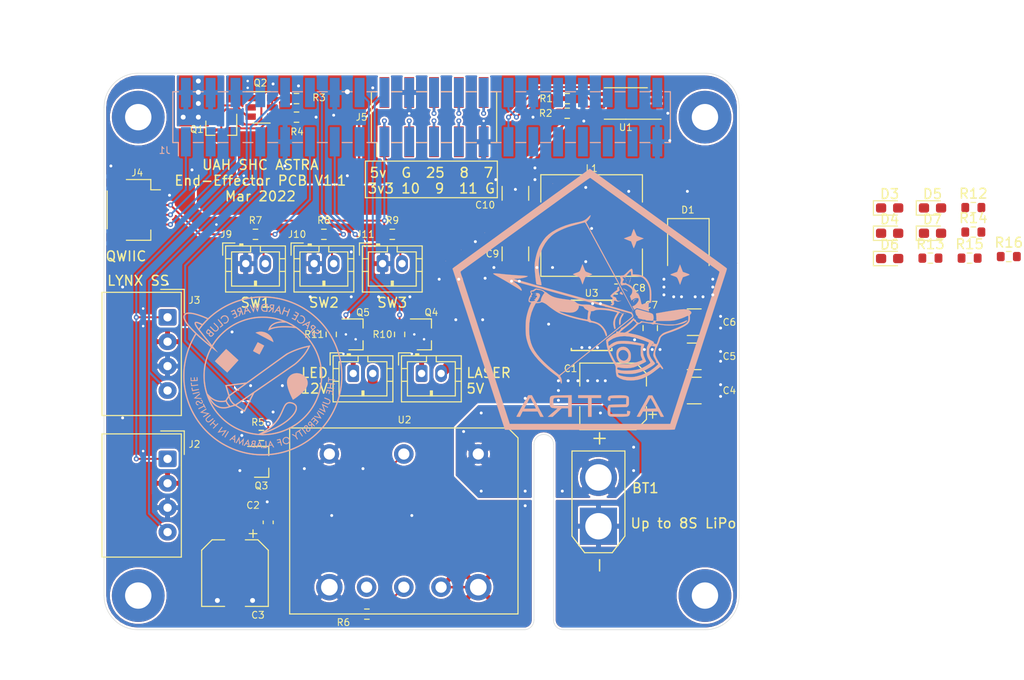
<source format=kicad_pcb>
(kicad_pcb (version 20171130) (host pcbnew "(5.1.10)-1")
  (layers (0 F.Cu signal) (31 B.Cu signal) (34 B.Paste user) (35 F.Paste user) (36 B.SilkS user) (37 F.SilkS user) (38 B.Mask user) (39 F.Mask user) (44 Edge.Cuts user))
  (net 0 "")
  (net 1 +BATT)
  (net 2 GND)
  (net 3 +12V)
  (net 4 "Net-(C8-Pad2)")
  (net 5 "Net-(C8-Pad1)")
  (net 6 +5V)
  (net 7 /12V_Disable)
  (net 8 /ID_SCL)
  (net 9 /ID_SDA)
  (net 10 +3V3)
  (net 11 /ServoTX)
  (net 12 /ServoRX)
  (net 13 /SCL)
  (net 14 /SDA)
  (net 15 /5V_RPI)
  (net 16 "Net-(Q1-Pad1)")
  (net 17 "Net-(Q2-Pad5)")
  (net 18 "Net-(Q3-Pad3)")
  (net 19 "Net-(R1-Pad1)")
  (net 20 "Net-(R6-Pad1)")
  (net 21 "Net-(H1-Pad1)")
  (net 22 "Net-(H2-Pad1)")
  (net 23 "Net-(H3-Pad1)")
  (net 24 "Net-(H4-Pad1)")
  (net 25 "Net-(J1-Pad40)")
  (net 26 "Net-(J1-Pad38)")
  (net 27 "Net-(J1-Pad36)")
  (net 28 "Net-(J1-Pad35)")
  (net 29 /GPIO13)
  (net 30 /GPIO12)
  (net 31 "Net-(J1-Pad31)")
  (net 32 "Net-(J1-Pad29)")
  (net 33 /GPIO7)
  (net 34 /GPIO8)
  (net 35 /GPIO11)
  (net 36 /GPIO9)
  (net 37 /GPIO10)
  (net 38 /Limit_SW3)
  (net 39 /Limit_SW2)
  (net 40 /Limit_SW1)
  (net 41 "Net-(U2-Pad5)")
  (net 42 "Net-(U3-Pad5)")
  (net 43 "Net-(U3-Pad3)")
  (net 44 "Net-(U3-Pad2)")
  (net 45 "Net-(J1-Pad37)")
  (net 46 /GPIO25)
  (net 47 "Net-(D2-Pad1)")
  (net 48 /Laser)
  (net 49 /LED)
  (net 50 "Net-(J1-Pad15)")
  (net 51 "Net-(LD1-Pad1)")
  (net 52 "Net-(D3-Pad1)")
  (net 53 "Net-(D4-Pad1)")
  (net 54 "Net-(D5-Pad1)")
  (net 55 "Net-(D6-Pad1)")
  (net 56 "Net-(D7-Pad1)")
  (module Resistor_SMD:R_0603_1608Metric (layer F.Cu) (at 255.675 96.83)
    (fp_text reference R16 (at 0 -1.43) (layer F.SilkS))
    (fp_text value 3.3k)
    (pad 2 smd roundrect (at 0.825 0) (size 0.8 0.95) (layers F.Cu F.Paste F.Mask) (net 2 GND))
    (pad 1 smd roundrect (at -0.825 0) (size 0.8 0.95) (layers F.Cu F.Paste F.Mask) (net 56 "Net-(D7-Pad1)"))
  )
  (module Resistor_SMD:R_0603_1608Metric (layer F.Cu) (at 251.665 96.99)
    (fp_text reference R15 (at 0 -1.43) (layer F.SilkS))
    (fp_text value 1k)
    (pad 2 smd roundrect (at 0.825 0) (size 0.8 0.95) (layers F.Cu F.Paste F.Mask) (net 2 GND))
    (pad 1 smd roundrect (at -0.825 0) (size 0.8 0.95) (layers F.Cu F.Paste F.Mask) (net 55 "Net-(D6-Pad1)"))
  )
  (module Resistor_SMD:R_0603_1608Metric (layer F.Cu) (at 252.045 94.32)
    (fp_text reference R14 (at 0 -1.43) (layer F.SilkS))
    (fp_text value 180)
    (pad 2 smd roundrect (at 0.825 0) (size 0.8 0.95) (layers F.Cu F.Paste F.Mask) (net 2 GND))
    (pad 1 smd roundrect (at -0.825 0) (size 0.8 0.95) (layers F.Cu F.Paste F.Mask) (net 54 "Net-(D5-Pad1)"))
  )
  (module Resistor_SMD:R_0603_1608Metric (layer F.Cu) (at 247.655 96.99)
    (fp_text reference R13 (at 0 -1.43) (layer F.SilkS))
    (fp_text value 180)
    (pad 2 smd roundrect (at 0.825 0) (size 0.8 0.95) (layers F.Cu F.Paste F.Mask) (net 2 GND))
    (pad 1 smd roundrect (at -0.825 0) (size 0.8 0.95) (layers F.Cu F.Paste F.Mask) (net 53 "Net-(D4-Pad1)"))
  )
  (module Resistor_SMD:R_0603_1608Metric (layer F.Cu) (at 252.045 91.81)
    (fp_text reference R12 (at 0 -1.43) (layer F.SilkS))
    (fp_text value 10)
    (pad 2 smd roundrect (at 0.825 0) (size 0.8 0.95) (layers F.Cu F.Paste F.Mask) (net 2 GND))
    (pad 1 smd roundrect (at -0.825 0) (size 0.8 0.95) (layers F.Cu F.Paste F.Mask) (net 52 "Net-(D3-Pad1)"))
  )
  (module LED_SMD:LED_0603_1608Metric_Pad1.05x0.95mm_HandSolder (layer F.Cu) (at 247.87 94.44)
    (fp_text reference D7 (at 0 -1.43) (layer F.SilkS))
    (fp_text value G)
    (pad 2 smd roundrect (at 0.875 0) (size 1.05 0.95) (layers F.Cu F.Paste F.Mask) (net 1 +BATT))
    (pad 1 smd roundrect (at -0.875 0) (size 1.05 0.95) (layers F.Cu F.Paste F.Mask) (net 56 "Net-(D7-Pad1)"))
  )
  (module LED_SMD:LED_0603_1608Metric_Pad1.05x0.95mm_HandSolder (layer F.Cu) (at 243.48 97.03)
    (fp_text reference D6 (at 0 -1.43) (layer F.SilkS))
    (fp_text value G)
    (pad 2 smd roundrect (at 0.875 0) (size 1.05 0.95) (layers F.Cu F.Paste F.Mask) (net 3 +12V))
    (pad 1 smd roundrect (at -0.875 0) (size 1.05 0.95) (layers F.Cu F.Paste F.Mask) (net 55 "Net-(D6-Pad1)"))
  )
  (module LED_SMD:LED_0603_1608Metric_Pad1.05x0.95mm_HandSolder (layer F.Cu) (at 247.87 91.85)
    (fp_text reference D5 (at 0 -1.43) (layer F.SilkS))
    (fp_text value G)
    (pad 2 smd roundrect (at 0.875 0) (size 1.05 0.95) (layers F.Cu F.Paste F.Mask) (net 15 /5V_RPI))
    (pad 1 smd roundrect (at -0.875 0) (size 1.05 0.95) (layers F.Cu F.Paste F.Mask) (net 54 "Net-(D5-Pad1)"))
  )
  (module LED_SMD:LED_0603_1608Metric_Pad1.05x0.95mm_HandSolder (layer F.Cu) (at 243.48 94.44)
    (fp_text reference D4 (at 0 -1.43) (layer F.SilkS))
    (fp_text value G)
    (pad 2 smd roundrect (at 0.875 0) (size 1.05 0.95) (layers F.Cu F.Paste F.Mask) (net 6 +5V))
    (pad 1 smd roundrect (at -0.875 0) (size 1.05 0.95) (layers F.Cu F.Paste F.Mask) (net 53 "Net-(D4-Pad1)"))
  )
  (module LED_SMD:LED_0603_1608Metric_Pad1.05x0.95mm_HandSolder (layer F.Cu) (at 243.48 91.85)
    (fp_text reference D3 (at 0 -1.43) (layer F.SilkS))
    (fp_text value G)
    (pad 2 smd roundrect (at 0.875 0) (size 1.05 0.95) (layers F.Cu F.Paste F.Mask) (net 10 +3V3))
    (pad 1 smd roundrect (at -0.875 0) (size 1.05 0.95) (layers F.Cu F.Paste F.Mask) (net 52 "Net-(D3-Pad1)"))
  )
  (module Connector_AMASS:AMASS_XT30U-M_1x02_P5.0mm_Vertical (layer F.Cu) (at 213.68 124.45 90)
    (fp_text reference BT1 (at 3.9 4.8 180) (layer F.SilkS))
    (fp_text value XT_Battery_Connector)
    (fp_text user - (at -4 0 90) (layer F.SilkS) (effects (font (size 1.5 1.5))))
    (fp_text user + (at 9 0 90) (layer F.SilkS) (effects (font (size 1.5 1.5))))
    (pad 2 thru_hole circle (at 5 0 90) (size 3.8 3.8) (drill 2.7) (layers *.Cu *.Mask) (net 1 +BATT))
    (pad 1 thru_hole rect (at 0 0 90) (size 3.8 3.8) (drill 2.7) (layers *.Cu *.Mask) (net 2 GND))
  )
  (module ASTRA_Footprints:SHCLogoSmall (layer B.Cu) (at 179.33 109.05 180)
    (fp_text reference G*** hide)
    (fp_text value LOGO hide)
  )
  (module ASTRA_Footprints:ATRALogo (layer B.Cu) (at 212.83 101.05 180)
    (fp_text reference G*** hide)
    (fp_text value LOGO hide)
  )
  (module Resistor_SMD:R_0603_1608Metric (layer F.Cu) (at 186.33 104.8 270)
    (fp_text reference R11 (at 0 1.75 180) (layer F.SilkS) (effects (font (size 0.7 0.7) (thickness 0.1))))
    (fp_text value 100k)
    (pad 2 smd roundrect (at 0.825 0 270) (size 0.8 0.95) (layers F.Cu F.Paste F.Mask) (net 2 GND))
    (pad 1 smd roundrect (at -0.825 0 270) (size 0.8 0.95) (layers F.Cu F.Paste F.Mask) (net 49 /LED))
  )
  (module Resistor_SMD:R_0603_1608Metric (layer F.Cu) (at 193.33 104.8 270)
    (fp_text reference R10 (at 0 1.75 180) (layer F.SilkS) (effects (font (size 0.7 0.7) (thickness 0.1))))
    (fp_text value 100k)
    (pad 2 smd roundrect (at 0.825 0 270) (size 0.8 0.95) (layers F.Cu F.Paste F.Mask) (net 2 GND))
    (pad 1 smd roundrect (at -0.825 0 270) (size 0.8 0.95) (layers F.Cu F.Paste F.Mask) (net 48 /Laser))
  )
  (module Package_TO_SOT_SMD:SOT-23 (layer F.Cu) (at 188.83 104.8)
    (fp_text reference Q5 (at 0.75 -2.25) (layer F.SilkS) (effects (font (size 0.7 0.7) (thickness 0.1))))
    (fp_text value Q_NMOS_GSD)
    (pad 3 smd rect (at 1 0) (size 0.9 0.8) (layers F.Cu F.Paste F.Mask) (net 47 "Net-(D2-Pad1)"))
    (pad 2 smd rect (at -1 0.95) (size 0.9 0.8) (layers F.Cu F.Paste F.Mask) (net 2 GND))
    (pad 1 smd rect (at -1 -0.95) (size 0.9 0.8) (layers F.Cu F.Paste F.Mask) (net 49 /LED))
  )
  (module Package_TO_SOT_SMD:SOT-23 (layer F.Cu) (at 195.83 104.8)
    (fp_text reference Q4 (at 0.75 -2.25) (layer F.SilkS) (effects (font (size 0.7 0.7) (thickness 0.1))))
    (fp_text value Q_NMOS_GSD)
    (pad 3 smd rect (at 1 0) (size 0.9 0.8) (layers F.Cu F.Paste F.Mask) (net 51 "Net-(LD1-Pad1)"))
    (pad 2 smd rect (at -1 0.95) (size 0.9 0.8) (layers F.Cu F.Paste F.Mask) (net 2 GND))
    (pad 1 smd rect (at -1 -0.95) (size 0.9 0.8) (layers F.Cu F.Paste F.Mask) (net 48 /Laser))
  )
  (module Connector_JST:JST_PH_B2B-PH-K_1x02_P2.00mm_Vertical (layer F.Cu) (at 195.58 108.8)
    (fp_text reference LD1 hide)
    (fp_text value Laserdiode_1C2A)
    (pad 2 thru_hole oval (at 2 0) (size 1.2 1.75) (drill 0.75) (layers *.Cu *.Mask) (net 6 +5V))
    (pad 1 thru_hole roundrect (at 0 0) (size 1.2 1.75) (drill 0.75) (layers *.Cu *.Mask) (roundrect_rratio 0.208333) (net 51 "Net-(LD1-Pad1)"))
  )
  (module Connector_JST:JST_PH_B2B-PH-K_1x02_P2.00mm_Vertical (layer F.Cu) (at 188.58 108.8)
    (fp_text reference D2 hide)
    (fp_text value LED)
    (pad 2 thru_hole oval (at 2 0) (size 1.2 1.75) (drill 0.75) (layers *.Cu *.Mask) (net 3 +12V))
    (pad 1 thru_hole roundrect (at 0 0) (size 1.2 1.75) (drill 0.75) (layers *.Cu *.Mask) (roundrect_rratio 0.208333) (net 47 "Net-(D2-Pad1)"))
  )
  (module Resistor_SMD:R_0603_1608Metric (layer F.Cu) (at 192.58 94.55)
    (fp_text reference R9 (at 0 -1.43) (layer F.SilkS) (effects (font (size 0.7 0.7) (thickness 0.1))))
    (fp_text value 100k)
    (pad 2 smd roundrect (at 0.825 0) (size 0.8 0.95) (layers F.Cu F.Paste F.Mask) (net 38 /Limit_SW3))
    (pad 1 smd roundrect (at -0.825 0) (size 0.8 0.95) (layers F.Cu F.Paste F.Mask) (net 10 +3V3))
  )
  (module Resistor_SMD:R_0603_1608Metric (layer F.Cu) (at 185.58 94.55)
    (fp_text reference R8 (at 0 -1.43) (layer F.SilkS) (effects (font (size 0.7 0.7) (thickness 0.1))))
    (fp_text value 100k)
    (pad 2 smd roundrect (at 0.825 0) (size 0.8 0.95) (layers F.Cu F.Paste F.Mask) (net 39 /Limit_SW2))
    (pad 1 smd roundrect (at -0.825 0) (size 0.8 0.95) (layers F.Cu F.Paste F.Mask) (net 10 +3V3))
  )
  (module Resistor_SMD:R_0603_1608Metric (layer F.Cu) (at 178.58 94.55)
    (fp_text reference R7 (at 0 -1.43) (layer F.SilkS) (effects (font (size 0.7 0.7) (thickness 0.1))))
    (fp_text value 100k)
    (pad 2 smd roundrect (at 0.825 0) (size 0.8 0.95) (layers F.Cu F.Paste F.Mask) (net 40 /Limit_SW1))
    (pad 1 smd roundrect (at -0.825 0) (size 0.8 0.95) (layers F.Cu F.Paste F.Mask) (net 10 +3V3))
  )
  (module Connector_JST:JST_PH_B2B-PH-K_1x02_P2.00mm_Vertical (layer F.Cu) (at 191.58 97.55)
    (fp_text reference J11 (at -1.75 -3) (layer F.SilkS) (effects (font (size 0.7 0.7) (thickness 0.1))))
    (fp_text value SW_Push_Open)
    (pad 2 thru_hole oval (at 2 0) (size 1.2 1.75) (drill 0.75) (layers *.Cu *.Mask) (net 38 /Limit_SW3))
    (pad 1 thru_hole roundrect (at 0 0) (size 1.2 1.75) (drill 0.75) (layers *.Cu *.Mask) (roundrect_rratio 0.208333) (net 2 GND))
  )
  (module Connector_JST:JST_PH_B2B-PH-K_1x02_P2.00mm_Vertical (layer F.Cu) (at 184.58 97.55)
    (fp_text reference J10 (at -1.75 -3) (layer F.SilkS) (effects (font (size 0.7 0.7) (thickness 0.1))))
    (fp_text value SW_Push_Open)
    (pad 2 thru_hole oval (at 2 0) (size 1.2 1.75) (drill 0.75) (layers *.Cu *.Mask) (net 39 /Limit_SW2))
    (pad 1 thru_hole roundrect (at 0 0) (size 1.2 1.75) (drill 0.75) (layers *.Cu *.Mask) (roundrect_rratio 0.208333) (net 2 GND))
  )
  (module Connector_JST:JST_PH_B2B-PH-K_1x02_P2.00mm_Vertical (layer F.Cu) (at 177.58 97.55)
    (fp_text reference J9 (at -2 -3) (layer F.SilkS) (effects (font (size 0.7 0.7) (thickness 0.1))))
    (fp_text value SW_Push_Open)
    (pad 2 thru_hole oval (at 2 0) (size 1.2 1.75) (drill 0.75) (layers *.Cu *.Mask) (net 40 /Limit_SW1))
    (pad 1 thru_hole roundrect (at 0 0) (size 1.2 1.75) (drill 0.75) (layers *.Cu *.Mask) (roundrect_rratio 0.208333) (net 2 GND))
  )
  (module Connector_PinHeader_2.54mm:PinHeader_2x05_P2.54mm_Vertical_SMD (layer F.Cu) (at 196.85 82.55 90)
    (fp_text reference J5 (at 0 -7.41 180) (layer F.SilkS) (effects (font (size 0.7 0.7) (thickness 0.1))))
    (fp_text value Conn_02x05_Odd_Even)
    (pad 10 smd rect (at 2.525 5.08 90) (size 3.15 1) (layers F.Cu F.Paste F.Mask) (net 33 /GPIO7))
    (pad 9 smd rect (at -2.525 5.08 90) (size 3.15 1) (layers F.Cu F.Paste F.Mask) (net 2 GND))
    (pad 8 smd rect (at 2.525 2.54 90) (size 3.15 1) (layers F.Cu F.Paste F.Mask) (net 34 /GPIO8))
    (pad 7 smd rect (at -2.525 2.54 90) (size 3.15 1) (layers F.Cu F.Paste F.Mask) (net 35 /GPIO11))
    (pad 6 smd rect (at 2.525 0 90) (size 3.15 1) (layers F.Cu F.Paste F.Mask) (net 46 /GPIO25))
    (pad 5 smd rect (at -2.525 0 90) (size 3.15 1) (layers F.Cu F.Paste F.Mask) (net 36 /GPIO9))
    (pad 4 smd rect (at 2.525 -2.54 90) (size 3.15 1) (layers F.Cu F.Paste F.Mask) (net 2 GND))
    (pad 3 smd rect (at -2.525 -2.54 90) (size 3.15 1) (layers F.Cu F.Paste F.Mask) (net 37 /GPIO10))
    (pad 2 smd rect (at 2.525 -5.08 90) (size 3.15 1) (layers F.Cu F.Paste F.Mask) (net 6 +5V))
    (pad 1 smd rect (at -2.525 -5.08 90) (size 3.15 1) (layers F.Cu F.Paste F.Mask) (net 10 +3V3))
  )
  (module Connector_PinSocket_2.54mm:PinSocket_2x20_P2.54mm_Vertical_SMD (layer B.Cu) (at 195.58 82.55 270)
    (fp_text reference J1 (at 3.4 26.3 180) (layer B.SilkS) (effects (font (size 0.7 0.7) (thickness 0.1)) (justify mirror)))
    (fp_text value Raspberry_Pi_2_3)
    (pad 40 smd rect (at -2.52 -24.13 270) (size 3 1) (layers B.Cu B.Paste B.Mask) (net 25 "Net-(J1-Pad40)"))
    (pad 39 smd rect (at 2.52 -24.13 270) (size 3 1) (layers B.Cu B.Paste B.Mask) (net 2 GND))
    (pad 38 smd rect (at -2.52 -21.59 270) (size 3 1) (layers B.Cu B.Paste B.Mask) (net 26 "Net-(J1-Pad38)"))
    (pad 37 smd rect (at 2.52 -21.59 270) (size 3 1) (layers B.Cu B.Paste B.Mask) (net 45 "Net-(J1-Pad37)"))
    (pad 36 smd rect (at -2.52 -19.05 270) (size 3 1) (layers B.Cu B.Paste B.Mask) (net 27 "Net-(J1-Pad36)"))
    (pad 35 smd rect (at 2.52 -19.05 270) (size 3 1) (layers B.Cu B.Paste B.Mask) (net 28 "Net-(J1-Pad35)"))
    (pad 34 smd rect (at -2.52 -16.51 270) (size 3 1) (layers B.Cu B.Paste B.Mask) (net 2 GND))
    (pad 33 smd rect (at 2.52 -16.51 270) (size 3 1) (layers B.Cu B.Paste B.Mask) (net 29 /GPIO13))
    (pad 32 smd rect (at -2.52 -13.97 270) (size 3 1) (layers B.Cu B.Paste B.Mask) (net 30 /GPIO12))
    (pad 31 smd rect (at 2.52 -13.97 270) (size 3 1) (layers B.Cu B.Paste B.Mask) (net 31 "Net-(J1-Pad31)"))
    (pad 30 smd rect (at -2.52 -11.43 270) (size 3 1) (layers B.Cu B.Paste B.Mask) (net 2 GND))
    (pad 29 smd rect (at 2.52 -11.43 270) (size 3 1) (layers B.Cu B.Paste B.Mask) (net 32 "Net-(J1-Pad29)"))
    (pad 28 smd rect (at -2.52 -8.89 270) (size 3 1) (layers B.Cu B.Paste B.Mask) (net 8 /ID_SCL))
    (pad 27 smd rect (at 2.52 -8.89 270) (size 3 1) (layers B.Cu B.Paste B.Mask) (net 9 /ID_SDA))
    (pad 26 smd rect (at -2.52 -6.35 270) (size 3 1) (layers B.Cu B.Paste B.Mask) (net 33 /GPIO7))
    (pad 25 smd rect (at 2.52 -6.35 270) (size 3 1) (layers B.Cu B.Paste B.Mask) (net 2 GND))
    (pad 24 smd rect (at -2.52 -3.81 270) (size 3 1) (layers B.Cu B.Paste B.Mask) (net 34 /GPIO8))
    (pad 23 smd rect (at 2.52 -3.81 270) (size 3 1) (layers B.Cu B.Paste B.Mask) (net 35 /GPIO11))
    (pad 22 smd rect (at -2.52 -1.27 270) (size 3 1) (layers B.Cu B.Paste B.Mask) (net 46 /GPIO25))
    (pad 21 smd rect (at 2.52 -1.27 270) (size 3 1) (layers B.Cu B.Paste B.Mask) (net 36 /GPIO9))
    (pad 20 smd rect (at -2.52 1.27 270) (size 3 1) (layers B.Cu B.Paste B.Mask) (net 2 GND))
    (pad 19 smd rect (at 2.52 1.27 270) (size 3 1) (layers B.Cu B.Paste B.Mask) (net 37 /GPIO10))
    (pad 18 smd rect (at -2.52 3.81 270) (size 3 1) (layers B.Cu B.Paste B.Mask) (net 48 /Laser))
    (pad 17 smd rect (at 2.52 3.81 270) (size 3 1) (layers B.Cu B.Paste B.Mask) (net 10 +3V3))
    (pad 16 smd rect (at -2.52 6.35 270) (size 3 1) (layers B.Cu B.Paste B.Mask) (net 49 /LED))
    (pad 15 smd rect (at 2.52 6.35 270) (size 3 1) (layers B.Cu B.Paste B.Mask) (net 50 "Net-(J1-Pad15)"))
    (pad 14 smd rect (at -2.52 8.89 270) (size 3 1) (layers B.Cu B.Paste B.Mask) (net 2 GND))
    (pad 13 smd rect (at 2.52 8.89 270) (size 3 1) (layers B.Cu B.Paste B.Mask) (net 38 /Limit_SW3))
    (pad 12 smd rect (at -2.52 11.43 270) (size 3 1) (layers B.Cu B.Paste B.Mask) (net 39 /Limit_SW2))
    (pad 11 smd rect (at 2.52 11.43 270) (size 3 1) (layers B.Cu B.Paste B.Mask) (net 40 /Limit_SW1))
    (pad 10 smd rect (at -2.52 13.97 270) (size 3 1) (layers B.Cu B.Paste B.Mask) (net 11 /ServoTX))
    (pad 9 smd rect (at 2.52 13.97 270) (size 3 1) (layers B.Cu B.Paste B.Mask) (net 2 GND))
    (pad 8 smd rect (at -2.52 16.51 270) (size 3 1) (layers B.Cu B.Paste B.Mask) (net 12 /ServoRX))
    (pad 7 smd rect (at 2.52 16.51 270) (size 3 1) (layers B.Cu B.Paste B.Mask) (net 7 /12V_Disable))
    (pad 6 smd rect (at -2.52 19.05 270) (size 3 1) (layers B.Cu B.Paste B.Mask) (net 2 GND))
    (pad 5 smd rect (at 2.52 19.05 270) (size 3 1) (layers B.Cu B.Paste B.Mask) (net 13 /SCL))
    (pad 4 smd rect (at -2.52 21.59 270) (size 3 1) (layers B.Cu B.Paste B.Mask) (net 15 /5V_RPI))
    (pad 3 smd rect (at 2.52 21.59 270) (size 3 1) (layers B.Cu B.Paste B.Mask) (net 14 /SDA))
    (pad 2 smd rect (at -2.52 24.13 270) (size 3 1) (layers B.Cu B.Paste B.Mask) (net 15 /5V_RPI))
    (pad 1 smd rect (at 2.52 24.13 270) (size 3 1) (layers B.Cu B.Paste B.Mask) (net 10 +3V3))
  )
  (module Connector_JST:JST_SH_SM04B-SRSS-TB_1x04-1MP_P1.00mm_Horizontal (layer F.Cu) (at 166.08 92.05 270)
    (fp_text reference J4 (at -3.8 -0.4 180) (layer F.SilkS) (effects (font (size 0.7 0.7) (thickness 0.1))))
    (fp_text value QWIIC_Generic_Conn)
    (pad MP smd roundrect (at 2.8 1.875 270) (size 1.2 1.8) (layers F.Cu F.Paste F.Mask) (roundrect_rratio 0.208333))
    (pad MP smd roundrect (at -2.8 1.875 270) (size 1.2 1.8) (layers F.Cu F.Paste F.Mask) (roundrect_rratio 0.208333))
    (pad 4 smd roundrect (at 1.5 -2 270) (size 0.6 1.55) (layers F.Cu F.Paste F.Mask) (net 13 /SCL))
    (pad 3 smd roundrect (at 0.5 -2 270) (size 0.6 1.55) (layers F.Cu F.Paste F.Mask) (net 14 /SDA))
    (pad 2 smd roundrect (at -0.5 -2 270) (size 0.6 1.55) (layers F.Cu F.Paste F.Mask) (net 10 +3V3))
    (pad 1 smd roundrect (at -1.5 -2 270) (size 0.6 1.55) (layers F.Cu F.Paste F.Mask) (net 2 GND))
  )
  (module Package_SO:TI_SO-PowerPAD-8 (layer F.Cu) (at 212.98 103.875)
    (fp_text reference U3 (at 0 -3.3) (layer F.SilkS) (effects (font (size 0.7 0.7) (thickness 0.1))))
    (fp_text value LM22676MR-5)
    (pad 9 smd rect (at -0.6025 -0.775) (size 1.205 1.55) (layers F.Cu F.Paste F.Mask) (net 2 GND))
    (pad 9 smd rect (at -0.6025 0.775) (size 1.205 1.55) (layers F.Cu F.Paste F.Mask) (net 2 GND))
    (pad 9 smd rect (at 0.6025 -0.775) (size 1.205 1.55) (layers F.Cu F.Paste F.Mask) (net 2 GND))
    (pad 9 smd rect (at 0.6025 0.775) (size 1.205 1.55) (layers F.Cu F.Paste F.Mask) (net 2 GND))
    (pad 8 smd rect (at 2.78 -1.905) (size 1.91 0.61) (layers F.Cu F.Paste F.Mask) (net 4 "Net-(C8-Pad2)"))
    (pad 7 smd rect (at 2.78 -0.635) (size 1.91 0.61) (layers F.Cu F.Paste F.Mask) (net 1 +BATT))
    (pad 6 smd rect (at 2.78 0.635) (size 1.91 0.61) (layers F.Cu F.Paste F.Mask) (net 2 GND))
    (pad 5 smd rect (at 2.78 1.905) (size 1.91 0.61) (layers F.Cu F.Paste F.Mask) (net 42 "Net-(U3-Pad5)"))
    (pad 4 smd rect (at -2.78 1.905) (size 1.91 0.61) (layers F.Cu F.Paste F.Mask) (net 6 +5V))
    (pad 3 smd rect (at -2.78 0.635) (size 1.91 0.61) (layers F.Cu F.Paste F.Mask) (net 43 "Net-(U3-Pad3)"))
    (pad 2 smd rect (at -2.78 -0.635) (size 1.91 0.61) (layers F.Cu F.Paste F.Mask) (net 44 "Net-(U3-Pad2)"))
    (pad 1 smd rect (at -2.78 -1.905) (size 1.91 0.61) (layers F.Cu F.Paste F.Mask) (net 5 "Net-(C8-Pad1)"))
  )
  (module ASTRA_Footprints:Power_Supply_32nd_Brick (layer F.Cu) (at 201.38 117.05 270)
    (fp_text reference U2 (at -3.5 7.55 180) (layer F.SilkS) (effects (font (size 0.7 0.7) (thickness 0.1))))
    (fp_text value TDK_I3A4W008A033V)
    (pad 8 thru_hole circle (at 13.6398 0 270) (size 2.7 2.7) (drill 1.7) (layers *.Cu *.Mask) (net 3 +12V))
    (pad 7 thru_hole circle (at 13.6398 3.81 270) (size 2 2) (drill 1.15) (layers *.Cu *.Mask) (net 3 +12V))
    (pad 6 thru_hole circle (at 13.6398 7.62 270) (size 2 2) (drill 1.15) (layers *.Cu *.Mask) (net 20 "Net-(R6-Pad1)"))
    (pad 5 thru_hole circle (at 13.6398 11.43 270) (size 2 2) (drill 1.15) (layers *.Cu *.Mask) (net 41 "Net-(U2-Pad5)"))
    (pad 4 thru_hole circle (at 13.6398 15.24 270) (size 2.7 2.7) (drill 1.7) (layers *.Cu *.Mask) (net 2 GND))
    (pad 3 thru_hole circle (at 0 15.24 270) (size 2 2) (drill 1.15) (layers *.Cu *.Mask) (net 2 GND))
    (pad 2 thru_hole circle (at 0 7.62 270) (size 2 2) (drill 1.15) (layers *.Cu *.Mask) (net 18 "Net-(Q3-Pad3)"))
    (pad 1 thru_hole circle (at 0 0 270) (size 2 2) (drill 1.15) (layers *.Cu *.Mask) (net 1 +BATT))
  )
  (module Package_SO:TSSOP-8_4.4x3mm_P0.65mm (layer F.Cu) (at 216.48 81.15 180)
    (fp_text reference U1 (at 0 -2.45) (layer F.SilkS) (effects (font (size 0.7 0.7) (thickness 0.1))))
    (fp_text value CAT24C32)
    (pad 8 smd roundrect (at 2.8625 -0.975 180) (size 1.475 0.4) (layers F.Cu F.Paste F.Mask) (net 10 +3V3))
    (pad 7 smd roundrect (at 2.8625 -0.325 180) (size 1.475 0.4) (layers F.Cu F.Paste F.Mask) (net 19 "Net-(R1-Pad1)"))
    (pad 6 smd roundrect (at 2.8625 0.325 180) (size 1.475 0.4) (layers F.Cu F.Paste F.Mask) (net 8 /ID_SCL))
    (pad 5 smd roundrect (at 2.8625 0.975 180) (size 1.475 0.4) (layers F.Cu F.Paste F.Mask) (net 9 /ID_SDA))
    (pad 4 smd roundrect (at -2.8625 0.975 180) (size 1.475 0.4) (layers F.Cu F.Paste F.Mask) (net 2 GND))
    (pad 3 smd roundrect (at -2.8625 0.325 180) (size 1.475 0.4) (layers F.Cu F.Paste F.Mask) (net 2 GND))
    (pad 2 smd roundrect (at -2.8625 -0.325 180) (size 1.475 0.4) (layers F.Cu F.Paste F.Mask) (net 2 GND))
    (pad 1 smd roundrect (at -2.8625 -0.975 180) (size 1.475 0.4) (layers F.Cu F.Paste F.Mask) (net 2 GND))
  )
  (module Resistor_SMD:R_0603_1608Metric (layer F.Cu) (at 189.98 133.45 180)
    (fp_text reference R6 (at 2.4 -0.85) (layer F.SilkS) (effects (font (size 0.7 0.7) (thickness 0.1))))
    (fp_text value 1.82k)
    (pad 2 smd roundrect (at 0.825 0 180) (size 0.8 0.95) (layers F.Cu F.Paste F.Mask) (net 2 GND))
    (pad 1 smd roundrect (at -0.825 0 180) (size 0.8 0.95) (layers F.Cu F.Paste F.Mask) (net 20 "Net-(R6-Pad1)"))
  )
  (module Resistor_SMD:R_0603_1608Metric (layer F.Cu) (at 179.18 115.15 180)
    (fp_text reference R5 (at 0.35 1.35) (layer F.SilkS) (effects (font (size 0.7 0.7) (thickness 0.1))))
    (fp_text value 100k)
    (pad 2 smd roundrect (at 0.825 0 180) (size 0.8 0.95) (layers F.Cu F.Paste F.Mask) (net 2 GND))
    (pad 1 smd roundrect (at -0.825 0 180) (size 0.8 0.95) (layers F.Cu F.Paste F.Mask) (net 7 /12V_Disable))
  )
  (module Resistor_SMD:R_0603_1608Metric (layer F.Cu) (at 182.78 82.55)
    (fp_text reference R4 (at 0.05 1.5 180) (layer F.SilkS) (effects (font (size 0.7 0.7) (thickness 0.1))))
    (fp_text value 47k)
    (pad 2 smd roundrect (at 0.825 0) (size 0.8 0.95) (layers F.Cu F.Paste F.Mask) (net 2 GND))
    (pad 1 smd roundrect (at -0.825 0) (size 0.8 0.95) (layers F.Cu F.Paste F.Mask) (net 16 "Net-(Q1-Pad1)"))
  )
  (module Resistor_SMD:R_0603_1608Metric (layer F.Cu) (at 182.78 80.65 180)
    (fp_text reference R3 (at -2.3 0.1 180) (layer F.SilkS) (effects (font (size 0.7 0.7) (thickness 0.1))))
    (fp_text value 10k)
    (pad 2 smd roundrect (at 0.825 0 180) (size 0.8 0.95) (layers F.Cu F.Paste F.Mask) (net 17 "Net-(Q2-Pad5)"))
    (pad 1 smd roundrect (at -0.825 0 180) (size 0.8 0.95) (layers F.Cu F.Paste F.Mask) (net 2 GND))
  )
  (module Resistor_SMD:R_0603_1608Metric (layer F.Cu) (at 210.48 82.15)
    (fp_text reference R2 (at -2.2 0) (layer F.SilkS) (effects (font (size 0.7 0.7) (thickness 0.1))))
    (fp_text value 10k)
    (pad 2 smd roundrect (at 0.825 0) (size 0.8 0.95) (layers F.Cu F.Paste F.Mask) (net 10 +3V3))
    (pad 1 smd roundrect (at -0.825 0) (size 0.8 0.95) (layers F.Cu F.Paste F.Mask) (net 19 "Net-(R1-Pad1)"))
  )
  (module Resistor_SMD:R_0603_1608Metric (layer F.Cu) (at 210.48 80.65 180)
    (fp_text reference R1 (at 2.15 0) (layer F.SilkS) (effects (font (size 0.7 0.7) (thickness 0.1))))
    (fp_text value DNP)
    (pad 2 smd roundrect (at 0.825 0 180) (size 0.8 0.95) (layers F.Cu F.Paste F.Mask) (net 2 GND))
    (pad 1 smd roundrect (at -0.825 0 180) (size 0.8 0.95) (layers F.Cu F.Paste F.Mask) (net 19 "Net-(R1-Pad1)"))
  )
  (module Package_TO_SOT_SMD:SOT-23 (layer F.Cu) (at 179.18 117.85)
    (fp_text reference Q3 (at 0 2.45) (layer F.SilkS) (effects (font (size 0.7 0.7) (thickness 0.1))))
    (fp_text value Q_NMOS_GSD)
    (pad 3 smd rect (at 1 0) (size 0.9 0.8) (layers F.Cu F.Paste F.Mask) (net 18 "Net-(Q3-Pad3)"))
    (pad 2 smd rect (at -1 0.95) (size 0.9 0.8) (layers F.Cu F.Paste F.Mask) (net 2 GND))
    (pad 1 smd rect (at -1 -0.95) (size 0.9 0.8) (layers F.Cu F.Paste F.Mask) (net 7 /12V_Disable))
  )
  (module Package_TO_SOT_SMD:SOT-23-6 (layer F.Cu) (at 179.18 81.55)
    (fp_text reference Q2 (at -0.1 -2.5 180) (layer F.SilkS) (effects (font (size 0.7 0.7) (thickness 0.1))))
    (fp_text value DMMT3906)
    (pad 5 smd rect (at 1.1 0) (size 1.06 0.65) (layers F.Cu F.Paste F.Mask) (net 17 "Net-(Q2-Pad5)"))
    (pad 6 smd rect (at 1.1 -0.95) (size 1.06 0.65) (layers F.Cu F.Paste F.Mask) (net 17 "Net-(Q2-Pad5)"))
    (pad 4 smd rect (at 1.1 0.95) (size 1.06 0.65) (layers F.Cu F.Paste F.Mask) (net 16 "Net-(Q1-Pad1)"))
    (pad 3 smd rect (at -1.1 0.95) (size 1.06 0.65) (layers F.Cu F.Paste F.Mask) (net 15 /5V_RPI))
    (pad 2 smd rect (at -1.1 0) (size 1.06 0.65) (layers F.Cu F.Paste F.Mask))
    (pad 1 smd rect (at -1.1 -0.95) (size 1.06 0.65) (layers F.Cu F.Paste F.Mask) (net 6 +5V))
  )
  (module Package_TO_SOT_SMD:SOT-23 (layer F.Cu) (at 175.08 83.65 270)
    (fp_text reference Q1 (at 0.15 2.5) (layer F.SilkS) (effects (font (size 0.7 0.7) (thickness 0.1))))
    (fp_text value Q_PMOS_GSD)
    (pad 3 smd rect (at 1 0 270) (size 0.9 0.8) (layers F.Cu F.Paste F.Mask) (net 6 +5V))
    (pad 2 smd rect (at -1 0.95 270) (size 0.9 0.8) (layers F.Cu F.Paste F.Mask) (net 15 /5V_RPI))
    (pad 1 smd rect (at -1 -0.95 270) (size 0.9 0.8) (layers F.Cu F.Paste F.Mask) (net 16 "Net-(Q1-Pad1)"))
  )
  (module Inductor_SMD:L_Wuerth_HCI-1050 (layer F.Cu) (at 212.98 93.65 180)
    (fp_text reference L1 (at 0 5.85) (layer F.SilkS) (effects (font (size 0.7 0.7) (thickness 0.1))))
    (fp_text value 18u)
    (pad 2 smd rect (at 3.825 0 180) (size 3.85 4) (layers F.Cu F.Paste F.Mask) (net 6 +5V))
    (pad 1 smd rect (at -3.825 0 180) (size 3.85 4) (layers F.Cu F.Paste F.Mask) (net 4 "Net-(C8-Pad2)"))
  )
  (module Connector_Molex:Molex_SPOX_5268-04A_1x04_P2.50mm_Horizontal (layer F.Cu) (at 169.58 103.05 270)
    (fp_text reference J3 (at -1.75 -2.75 180) (layer F.SilkS) (effects (font (size 0.7 0.7) (thickness 0.1))))
    (fp_text value LynxServo)
    (pad 4 thru_hole oval (at 7.5 0 270) (size 1.7 1.85) (drill 0.85) (layers *.Cu *.Mask) (net 11 /ServoTX))
    (pad 3 thru_hole oval (at 5 0 270) (size 1.7 1.85) (drill 0.85) (layers *.Cu *.Mask) (net 2 GND))
    (pad 2 thru_hole oval (at 2.5 0 270) (size 1.7 1.85) (drill 0.85) (layers *.Cu *.Mask) (net 3 +12V))
    (pad 1 thru_hole roundrect (at 0 0 270) (size 1.7 1.85) (drill 0.85) (layers *.Cu *.Mask) (roundrect_rratio 0.147059) (net 12 /ServoRX))
  )
  (module Connector_Molex:Molex_SPOX_5268-04A_1x04_P2.50mm_Horizontal (layer F.Cu) (at 169.58 117.55 270)
    (fp_text reference J2 (at -1.5 -2.75 180) (layer F.SilkS) (effects (font (size 0.7 0.7) (thickness 0.1))))
    (fp_text value LynxServo)
    (pad 4 thru_hole oval (at 7.5 0 270) (size 1.7 1.85) (drill 0.85) (layers *.Cu *.Mask) (net 11 /ServoTX))
    (pad 3 thru_hole oval (at 5 0 270) (size 1.7 1.85) (drill 0.85) (layers *.Cu *.Mask) (net 2 GND))
    (pad 2 thru_hole oval (at 2.5 0 270) (size 1.7 1.85) (drill 0.85) (layers *.Cu *.Mask) (net 3 +12V))
    (pad 1 thru_hole roundrect (at 0 0 270) (size 1.7 1.85) (drill 0.85) (layers *.Cu *.Mask) (roundrect_rratio 0.147059) (net 12 /ServoRX))
  )
  (module MountingHole:MountingHole_2.7mm_M2.5_Pad (layer F.Cu) (at 224.58 131.55)
    (fp_text reference H4 hide)
    (fp_text value MountingHole_Pad)
    (pad 1 thru_hole circle (at 0 0) (size 5.4 5.4) (drill 2.7) (layers *.Cu *.Mask) (net 24 "Net-(H4-Pad1)"))
  )
  (module MountingHole:MountingHole_2.7mm_M2.5_Pad (layer F.Cu) (at 166.58 131.55)
    (fp_text reference H3 hide)
    (fp_text value MountingHole_Pad)
    (pad 1 thru_hole circle (at 0 0) (size 5.4 5.4) (drill 2.7) (layers *.Cu *.Mask) (net 23 "Net-(H3-Pad1)"))
  )
  (module MountingHole:MountingHole_2.7mm_M2.5_Pad (layer F.Cu) (at 224.58 82.55)
    (fp_text reference H2 hide)
    (fp_text value MountingHole_Pad)
    (pad 1 thru_hole circle (at 0 0) (size 5.4 5.4) (drill 2.7) (layers *.Cu *.Mask) (net 22 "Net-(H2-Pad1)"))
  )
  (module MountingHole:MountingHole_2.7mm_M2.5_Pad (layer F.Cu) (at 166.58 82.55)
    (fp_text reference H1 hide)
    (fp_text value MountingHole_Pad)
    (pad 1 thru_hole circle (at 0 0) (size 5.4 5.4) (drill 2.7) (layers *.Cu *.Mask) (net 21 "Net-(H1-Pad1)"))
  )
  (module Diode_SMD:D_PowerDI-5 (layer F.Cu) (at 222.88 96.75 270)
    (fp_text reference D1 (at -4.7 0.05 180) (layer F.SilkS) (effects (font (size 0.7 0.7) (thickness 0.1))))
    (fp_text value D_Schottky)
    (pad 2 smd rect (at 2.862 -0.92 90) (size 1.4 1.39) (layers F.Cu F.Paste F.Mask) (net 2 GND))
    (pad 2 smd rect (at 2.862 0.92 90) (size 1.4 1.39) (layers F.Cu F.Paste F.Mask) (net 2 GND))
    (pad 1 smd rect (at -1.12 0 90) (size 4.86 3.36) (layers F.Cu F.Paste F.Mask) (net 4 "Net-(C8-Pad2)"))
  )
  (module Capacitor_SMD:C_1210_3225Metric (layer F.Cu) (at 205.18 90.35 90)
    (fp_text reference C10 (at -1.2 -3.1 180) (layer F.SilkS) (effects (font (size 0.7 0.7) (thickness 0.1))))
    (fp_text value 47u)
    (pad 2 smd roundrect (at 1.475 0 90) (size 1.15 2.7) (layers F.Cu F.Paste F.Mask) (roundrect_rratio 0.217391) (net 2 GND))
    (pad 1 smd roundrect (at -1.475 0 90) (size 1.15 2.7) (layers F.Cu F.Paste F.Mask) (roundrect_rratio 0.217391) (net 6 +5V))
  )
  (module Capacitor_SMD:C_1210_3225Metric (layer F.Cu) (at 205.18 96.55 270)
    (fp_text reference C9 (at 0 2.35 180) (layer F.SilkS) (effects (font (size 0.7 0.7) (thickness 0.1))))
    (fp_text value 47u)
    (pad 2 smd roundrect (at 1.475 0 270) (size 1.15 2.7) (layers F.Cu F.Paste F.Mask) (roundrect_rratio 0.217391) (net 2 GND))
    (pad 1 smd roundrect (at -1.475 0 270) (size 1.15 2.7) (layers F.Cu F.Paste F.Mask) (roundrect_rratio 0.217391) (net 6 +5V))
  )
  (module Capacitor_SMD:C_0603_1608Metric (layer F.Cu) (at 215.48 100.15)
    (fp_text reference C8 (at 2.35 -0.1) (layer F.SilkS) (effects (font (size 0.7 0.7) (thickness 0.1))))
    (fp_text value 10n)
    (pad 2 smd roundrect (at 0.775 0) (size 0.9 0.95) (layers F.Cu F.Paste F.Mask) (net 4 "Net-(C8-Pad2)"))
    (pad 1 smd roundrect (at -0.775 0) (size 0.9 0.95) (layers F.Cu F.Paste F.Mask) (net 5 "Net-(C8-Pad1)"))
  )
  (module Capacitor_SMD:C_0805_2012Metric (layer F.Cu) (at 218.98 104.15 270)
    (fp_text reference C7 (at -2.35 -0.1 180) (layer F.SilkS) (effects (font (size 0.7 0.7) (thickness 0.1))))
    (fp_text value 1u)
    (pad 2 smd roundrect (at 0.95 0 270) (size 1 1.45) (layers F.Cu F.Paste F.Mask) (net 2 GND))
    (pad 1 smd roundrect (at -0.95 0 270) (size 1 1.45) (layers F.Cu F.Paste F.Mask) (net 1 +BATT))
  )
  (module Capacitor_SMD:C_1210_3225Metric (layer F.Cu) (at 223.48 103.55)
    (fp_text reference C6 (at 3.6 0) (layer F.SilkS) (effects (font (size 0.7 0.7) (thickness 0.1))))
    (fp_text value 10u)
    (pad 2 smd roundrect (at 1.475 0) (size 1.15 2.7) (layers F.Cu F.Paste F.Mask) (roundrect_rratio 0.217391) (net 2 GND))
    (pad 1 smd roundrect (at -1.475 0) (size 1.15 2.7) (layers F.Cu F.Paste F.Mask) (roundrect_rratio 0.217391) (net 1 +BATT))
  )
  (module Capacitor_SMD:C_1210_3225Metric (layer F.Cu) (at 223.48 107.05)
    (fp_text reference C5 (at 3.6 0) (layer F.SilkS) (effects (font (size 0.7 0.7) (thickness 0.1))))
    (fp_text value 10u)
    (pad 2 smd roundrect (at 1.475 0) (size 1.15 2.7) (layers F.Cu F.Paste F.Mask) (roundrect_rratio 0.217391) (net 2 GND))
    (pad 1 smd roundrect (at -1.475 0) (size 1.15 2.7) (layers F.Cu F.Paste F.Mask) (roundrect_rratio 0.217391) (net 1 +BATT))
  )
  (module Capacitor_SMD:C_1210_3225Metric (layer F.Cu) (at 223.48 110.55)
    (fp_text reference C4 (at 3.6 0) (layer F.SilkS) (effects (font (size 0.7 0.7) (thickness 0.1))))
    (fp_text value 10u)
    (pad 2 smd roundrect (at 1.475 0) (size 1.15 2.7) (layers F.Cu F.Paste F.Mask) (roundrect_rratio 0.217391) (net 2 GND))
    (pad 1 smd roundrect (at -1.475 0) (size 1.15 2.7) (layers F.Cu F.Paste F.Mask) (roundrect_rratio 0.217391) (net 1 +BATT))
  )
  (module Capacitor_SMD:CP_Elec_6.3x5.4 (layer F.Cu) (at 176.48 129.25 270)
    (fp_text reference C3 (at 4.3 -2.35 180) (layer F.SilkS) (effects (font (size 0.7 0.7) (thickness 0.1))))
    (fp_text value 22uF)
    (pad 2 smd roundrect (at 2.8 0 270) (size 3.5 1.6) (layers F.Cu F.Paste F.Mask) (roundrect_rratio 0.15625) (net 2 GND))
    (pad 1 smd roundrect (at -2.8 0 270) (size 3.5 1.6) (layers F.Cu F.Paste F.Mask) (roundrect_rratio 0.15625) (net 3 +12V))
  )
  (module Capacitor_SMD:C_0603_1608Metric (layer F.Cu) (at 179.88 124.05 90)
    (fp_text reference C2 (at 1.75 -1.55 180) (layer F.SilkS) (effects (font (size 0.7 0.7) (thickness 0.1))))
    (fp_text value 0.1u)
    (pad 2 smd roundrect (at 0.775 0 90) (size 0.9 0.95) (layers F.Cu F.Paste F.Mask) (net 2 GND))
    (pad 1 smd roundrect (at -0.775 0 90) (size 0.9 0.95) (layers F.Cu F.Paste F.Mask) (net 3 +12V))
  )
  (module Capacitor_SMD:CP_Elec_6.3x5.4 (layer F.Cu) (at 215.18 111.15 180)
    (fp_text reference C1 (at 4.35 2.85) (layer F.SilkS) (effects (font (size 0.7 0.7) (thickness 0.1))))
    (fp_text value 33u)
    (pad 2 smd roundrect (at 2.8 0 180) (size 3.5 1.6) (layers F.Cu F.Paste F.Mask) (roundrect_rratio 0.15625) (net 2 GND))
    (pad 1 smd roundrect (at -2.8 0 180) (size 3.5 1.6) (layers F.Cu F.Paste F.Mask) (roundrect_rratio 0.15625) (net 1 +BATT))
  )
  (gr_text "LASER\n5V" (at 200.08 109.55) (layer F.SilkS) (effects (font (size 1 1)) (justify left)))
  (gr_text "LED\n12V" (at 186.08 109.55) (layer F.SilkS) (effects (font (size 1 1)) (justify right)))
  (gr_line (start 189.83 90.8) (end 189.83 87.05) (layer F.SilkS) (width 0.12))
  (gr_line (start 203.33 90.8) (end 189.83 90.8) (layer F.SilkS) (width 0.12))
  (gr_line (start 203.33 87.05) (end 203.33 90.8) (layer F.SilkS) (width 0.12))
  (gr_line (start 189.83 87.05) (end 203.33 87.05) (layer F.SilkS) (width 0.12))
  (gr_text "5v  G  25  8  7\n3v3 10  9  11 G" (at 196.58 89.05) (layer F.SilkS) (effects (font (size 1 1))))
  (gr_text "LYNX SS" (at 166.58 99.3) (layer F.SilkS) (effects (font (size 1 1))))
  (gr_text QWIIC (at 165.33 96.8) (layer F.SilkS) (effects (font (size 1 1))))
  (gr_text "Up to 8S LiPo" (at 222.38 124.15) (layer F.SilkS) (effects (font (size 1 1))))
  (gr_text SW3 (at 192.58 101.55) (layer F.SilkS) (effects (font (size 1 1))))
  (gr_text SW2 (at 185.58 101.55) (layer F.SilkS) (effects (font (size 1 1))))
  (gr_text SW1 (at 178.58 101.55) (layer F.SilkS) (effects (font (size 1 1))))
  (gr_text "UAH SHC ASTRA\nEnd-Effector PCB V1.1\nMar 2022" (at 179.08 89.05) (layer F.SilkS) (effects (font (size 1 1))))
  (gr_arc (start 206.08 134.05) (end 206.08 135.05) (angle -90) (layer Edge.Cuts) (width 0.05))
  (gr_arc (start 210.08 134.05) (end 209.08 134.05) (angle -90) (layer Edge.Cuts) (width 0.05))
  (gr_arc (start 208.08 116.05) (end 209.08 116.05) (angle -180) (layer Edge.Cuts) (width 0.05))
  (gr_line (start 210.08 135.05) (end 224.58 135.05) (layer Edge.Cuts) (width 0.05))
  (gr_line (start 207.08 116.05) (end 207.08 134.05) (layer Edge.Cuts) (width 0.05))
  (gr_line (start 209.08 116.05) (end 209.08 134.05) (layer Edge.Cuts) (width 0.05))
  (gr_line (start 228.08 131.55) (end 228.08 81.55) (layer Edge.Cuts) (width 0.05))
  (gr_line (start 166.58 135.05) (end 206.08 135.05) (layer Edge.Cuts) (width 0.05))
  (gr_line (start 163.08 81.55) (end 163.08 131.55) (layer Edge.Cuts) (width 0.05))
  (gr_line (start 224.58 78.05) (end 166.58 78.05) (layer Edge.Cuts) (width 0.05))
  (gr_arc (start 224.58 81.55) (end 228.08 81.55) (angle -90) (layer Edge.Cuts) (width 0.05))
  (gr_arc (start 224.58 131.55) (end 224.58 135.05) (angle -90) (layer Edge.Cuts) (width 0.05))
  (gr_arc (start 166.58 131.55) (end 163.08 131.55) (angle -90) (layer Edge.Cuts) (width 0.05))
  (gr_arc (start 166.58 81.55) (end 166.58 78.05) (angle -90) (layer Edge.Cuts) (width 0.05))
  (via (at 213.88 112.85) (size 0.6) (drill 0.3) (layers F.Cu B.Cu) (net 1))
  (via (at 217.28 116.35) (size 0.6) (drill 0.3) (layers F.Cu B.Cu) (net 1))
  (via (at 217.28 118.75) (size 0.6) (drill 0.3) (layers F.Cu B.Cu) (net 1))
  (via (at 201.68 112.85) (size 0.6) (drill 0.3) (layers F.Cu B.Cu) (net 1))
  (via (at 199.88 114.75) (size 0.6) (drill 0.3) (layers F.Cu B.Cu) (net 1))
  (via (at 201.68 120.85) (size 0.6) (drill 0.3) (layers F.Cu B.Cu) (net 1))
  (via (at 206.18 120.85) (size 0.6) (drill 0.3) (layers F.Cu B.Cu) (net 1))
  (via (at 209.98 120.85) (size 0.6) (drill 0.3) (layers F.Cu B.Cu) (net 1))
  (via (at 178.28 132.05) (size 1) (drill 0.5) (layers F.Cu B.Cu) (net 2))
  (via (at 174.68 132.05) (size 1) (drill 0.5) (layers F.Cu B.Cu) (net 2))
  (via (at 177.38 88.55) (size 0.508) (drill 0.254) (layers F.Cu B.Cu) (net 2))
  (via (at 167.08 102.15) (size 0.508) (drill 0.254) (layers F.Cu B.Cu) (net 2))
  (via (at 167.08 103.95) (size 0.508) (drill 0.254) (layers F.Cu B.Cu) (net 2))
  (via (at 169.58 99.65) (size 0.508) (drill 0.254) (layers F.Cu B.Cu) (net 2))
  (via (at 167.08 116.75) (size 0.508) (drill 0.254) (layers F.Cu B.Cu) (net 2))
  (via (at 177.78 78.85) (size 0.508) (drill 0.254) (layers F.Cu B.Cu) (net 2))
  (via (at 177.78 79.55) (size 0.508) (drill 0.254) (layers F.Cu B.Cu) (net 2))
  (segment (start 201.93 85.075) (end 201.93 82.931) (width 0.25) (layer F.Cu) (net 2))
  (via (at 201.93 82.931) (size 0.508) (drill 0.254) (layers F.Cu B.Cu) (net 2))
  (segment (start 201.93 85.07) (end 201.93 82.931) (width 0.25) (layer B.Cu) (net 2))
  (via (at 194.31 82.169) (size 0.508) (drill 0.254) (layers F.Cu B.Cu) (net 2))
  (segment (start 194.31 80.03) (end 194.31 82.169) (width 0.25) (layer B.Cu) (net 2))
  (segment (start 194.31 82.169) (end 194.31 80.025) (width 0.25) (layer F.Cu) (net 2))
  (via (at 174.58 93.55) (size 0.508) (drill 0.254) (layers F.Cu B.Cu) (net 2))
  (via (at 187.98 79.95) (size 1) (drill 0.5) (layers F.Cu B.Cu) (net 2))
  (via (at 182.98 79.35) (size 0.6) (drill 0.3) (layers F.Cu B.Cu) (net 2))
  (via (at 184.78 82.55) (size 0.6) (drill 0.3) (layers F.Cu B.Cu) (net 2))
  (via (at 187.98 88.55) (size 0.6) (drill 0.3) (layers F.Cu B.Cu) (net 2))
  (via (at 169.78 90.55) (size 0.6) (drill 0.3) (layers F.Cu B.Cu) (net 2))
  (via (at 163.78 87.55) (size 0.6) (drill 0.3) (layers F.Cu B.Cu) (net 2))
  (via (at 177.18 112.75) (size 0.6) (drill 0.3) (layers F.Cu B.Cu) (net 2))
  (via (at 180.38 112.75) (size 0.6) (drill 0.3) (layers F.Cu B.Cu) (net 2))
  (via (at 211.98 106.15) (size 0.6) (drill 0.3) (layers F.Cu B.Cu) (net 2))
  (via (at 212.78 106.15) (size 0.6) (drill 0.3) (layers F.Cu B.Cu) (net 2))
  (via (at 213.58 106.15) (size 0.6) (drill 0.3) (layers F.Cu B.Cu) (net 2))
  (via (at 217.38 105.35) (size 0.6) (drill 0.3) (layers F.Cu B.Cu) (net 2))
  (via (at 218.38 106.35) (size 0.6) (drill 0.3) (layers F.Cu B.Cu) (net 2))
  (via (at 219.18 106.35) (size 0.6) (drill 0.3) (layers F.Cu B.Cu) (net 2))
  (via (at 219.98 106.35) (size 0.6) (drill 0.3) (layers F.Cu B.Cu) (net 2))
  (via (at 220.38 99.15) (size 0.6) (drill 0.3) (layers F.Cu B.Cu) (net 2))
  (via (at 220.38 99.95) (size 0.6) (drill 0.3) (layers F.Cu B.Cu) (net 2))
  (via (at 220.38 100.75) (size 0.6) (drill 0.3) (layers F.Cu B.Cu) (net 2))
  (via (at 221.38 100.95) (size 0.6) (drill 0.3) (layers F.Cu B.Cu) (net 2))
  (via (at 222.18 100.95) (size 0.6) (drill 0.3) (layers F.Cu B.Cu) (net 2))
  (via (at 223.58 100.95) (size 0.6) (drill 0.3) (layers F.Cu B.Cu) (net 2))
  (via (at 224.38 100.95) (size 0.6) (drill 0.3) (layers F.Cu B.Cu) (net 2))
  (via (at 225.38 100.75) (size 0.6) (drill 0.3) (layers F.Cu B.Cu) (net 2))
  (via (at 225.38 99.95) (size 0.6) (drill 0.3) (layers F.Cu B.Cu) (net 2))
  (via (at 225.38 99.15) (size 0.6) (drill 0.3) (layers F.Cu B.Cu) (net 2))
  (via (at 226.18 102.95) (size 0.6) (drill 0.3) (layers F.Cu B.Cu) (net 2))
  (via (at 226.18 104.15) (size 0.6) (drill 0.3) (layers F.Cu B.Cu) (net 2))
  (via (at 226.18 106.55) (size 0.6) (drill 0.3) (layers F.Cu B.Cu) (net 2))
  (via (at 226.18 107.55) (size 0.6) (drill 0.3) (layers F.Cu B.Cu) (net 2))
  (via (at 226.18 109.95) (size 0.6) (drill 0.3) (layers F.Cu B.Cu) (net 2))
  (via (at 226.18 111.15) (size 0.6) (drill 0.3) (layers F.Cu B.Cu) (net 2))
  (via (at 204.78 99.35) (size 0.6) (drill 0.3) (layers F.Cu B.Cu) (net 2))
  (via (at 205.58 99.35) (size 0.6) (drill 0.3) (layers F.Cu B.Cu) (net 2))
  (via (at 203.18 88.95) (size 0.6) (drill 0.3) (layers F.Cu B.Cu) (net 2))
  (via (at 207.18 88.95) (size 0.6) (drill 0.3) (layers F.Cu B.Cu) (net 2))
  (via (at 207.18 87.75) (size 0.6) (drill 0.3) (layers F.Cu B.Cu) (net 2))
  (via (at 205.18 89.95) (size 0.6) (drill 0.3) (layers F.Cu B.Cu) (net 2))
  (via (at 202.98 97.95) (size 0.6) (drill 0.3) (layers F.Cu B.Cu) (net 2))
  (via (at 207.38 97.95) (size 0.6) (drill 0.3) (layers F.Cu B.Cu) (net 2))
  (via (at 220.78 82.15) (size 0.6) (drill 0.3) (layers F.Cu B.Cu) (net 2))
  (via (at 220.98 84.95) (size 0.6) (drill 0.3) (layers F.Cu B.Cu) (net 2))
  (via (at 206.98 82.55) (size 0.6) (drill 0.3) (layers F.Cu B.Cu) (net 2))
  (via (at 212.18 82.95) (size 0.6) (drill 0.3) (layers F.Cu B.Cu) (net 2))
  (via (at 186.58 82.35) (size 0.6) (drill 0.3) (layers F.Cu B.Cu) (net 2))
  (via (at 181.58 87.55) (size 0.6) (drill 0.3) (layers F.Cu B.Cu) (net 2))
  (via (at 177.18 115.15) (size 0.6) (drill 0.3) (layers F.Cu B.Cu) (net 2))
  (via (at 176.98 118.75) (size 0.6) (drill 0.3) (layers F.Cu B.Cu) (net 2))
  (via (at 179.78 121.95) (size 0.6) (drill 0.3) (layers F.Cu B.Cu) (net 2))
  (via (at 209.58 111.55) (size 0.6) (drill 0.3) (layers F.Cu B.Cu) (net 2))
  (via (at 209.58 110.55) (size 0.6) (drill 0.3) (layers F.Cu B.Cu) (net 2))
  (via (at 209.58 109.55) (size 0.6) (drill 0.3) (layers F.Cu B.Cu) (net 2))
  (via (at 210.58 109.55) (size 0.6) (drill 0.3) (layers F.Cu B.Cu) (net 2))
  (via (at 211.58 109.55) (size 0.6) (drill 0.3) (layers F.Cu B.Cu) (net 2))
  (via (at 212.58 109.55) (size 0.6) (drill 0.3) (layers F.Cu B.Cu) (net 2))
  (via (at 213.58 109.55) (size 0.6) (drill 0.3) (layers F.Cu B.Cu) (net 2))
  (via (at 214.38 109.55) (size 0.6) (drill 0.3) (layers F.Cu B.Cu) (net 2))
  (via (at 194.58 123.35) (size 0.6) (drill 0.3) (layers F.Cu B.Cu) (net 2))
  (via (at 186.38 123.35) (size 0.6) (drill 0.3) (layers F.Cu B.Cu) (net 2))
  (via (at 206.18 111.35) (size 0.6) (drill 0.3) (layers F.Cu B.Cu) (net 2))
  (via (at 206.18 122.35) (size 0.6) (drill 0.3) (layers F.Cu B.Cu) (net 2))
  (via (at 164.98 113.35) (size 0.6) (drill 0.3) (layers F.Cu B.Cu) (net 2))
  (via (at 164.98 99.95) (size 0.6) (drill 0.3) (layers F.Cu B.Cu) (net 2))
  (via (at 212.98 93.95) (size 0.6) (drill 0.3) (layers F.Cu B.Cu) (net 2))
  (via (at 197.38 99.15) (size 0.6) (drill 0.3) (layers F.Cu B.Cu) (net 2))
  (via (at 199.38 99.15) (size 0.6) (drill 0.3) (layers F.Cu B.Cu) (net 2))
  (via (at 194.38 100.95) (size 0.6) (drill 0.3) (layers F.Cu B.Cu) (net 2))
  (via (at 191.18 100.95) (size 0.6) (drill 0.3) (layers F.Cu B.Cu) (net 2))
  (via (at 188.38 100.95) (size 0.6) (drill 0.3) (layers F.Cu B.Cu) (net 2))
  (via (at 184.18 100.95) (size 0.6) (drill 0.3) (layers F.Cu B.Cu) (net 2))
  (via (at 188.38 96.35) (size 0.6) (drill 0.3) (layers F.Cu B.Cu) (net 2))
  (via (at 176.18 104.55) (size 0.6) (drill 0.3) (layers F.Cu B.Cu) (net 2))
  (via (at 222.78 90.15) (size 0.6) (drill 0.3) (layers F.Cu B.Cu) (net 2))
  (via (at 216.78 90.15) (size 0.6) (drill 0.3) (layers F.Cu B.Cu) (net 2))
  (via (at 212.38 89.75) (size 0.6) (drill 0.3) (layers F.Cu B.Cu) (net 2))
  (via (at 212.38 97.35) (size 0.6) (drill 0.3) (layers F.Cu B.Cu) (net 2))
  (via (at 208.98 97.95) (size 0.6) (drill 0.3) (layers F.Cu B.Cu) (net 2))
  (via (at 208.58 103.75) (size 0.6) (drill 0.3) (layers F.Cu B.Cu) (net 2))
  (via (at 190.58 79.55) (size 0.6) (drill 0.3) (layers F.Cu B.Cu) (net 2))
  (via (at 180.38 79.15) (size 0.6) (drill 0.3) (layers F.Cu B.Cu) (net 2))
  (via (at 172.08 87.95) (size 0.6) (drill 0.3) (layers F.Cu B.Cu) (net 2))
  (via (at 194.83 104.8) (size 0.508) (drill 0.254) (layers F.Cu B.Cu) (net 2))
  (via (at 187.83 104.8) (size 0.508) (drill 0.254) (layers F.Cu B.Cu) (net 2))
  (via (at 188.83 105.3) (size 0.508) (drill 0.254) (layers F.Cu B.Cu) (net 2))
  (via (at 195.83 105.3) (size 0.508) (drill 0.254) (layers F.Cu B.Cu) (net 2))
  (via (at 187.58 106.8) (size 0.508) (drill 0.254) (layers F.Cu B.Cu) (net 2))
  (via (at 194.58 106.8) (size 0.508) (drill 0.254) (layers F.Cu B.Cu) (net 2))
  (via (at 178.08 110.05) (size 0.6) (drill 0.3) (layers F.Cu B.Cu) (net 2))
  (via (at 181.33 110.05) (size 0.6) (drill 0.3) (layers F.Cu B.Cu) (net 2))
  (via (at 183.58 118.55) (size 0.6) (drill 0.3) (layers F.Cu B.Cu) (net 2))
  (via (at 189.58 118.55) (size 0.6) (drill 0.3) (layers F.Cu B.Cu) (net 2))
  (via (at 201.83 103.3) (size 0.6) (drill 0.3) (layers F.Cu B.Cu) (net 2))
  (via (at 199.08 103.3) (size 0.6) (drill 0.3) (layers F.Cu B.Cu) (net 2))
  (via (at 201.08 95.3) (size 0.6) (drill 0.3) (layers F.Cu B.Cu) (net 2))
  (via (at 202.08 99.05) (size 0.6) (drill 0.3) (layers F.Cu B.Cu) (net 2))
  (via (at 213.08 101.65) (size 0.6) (drill 0.3) (layers F.Cu B.Cu) (net 2))
  (via (at 213.88 101.65) (size 0.6) (drill 0.3) (layers F.Cu B.Cu) (net 2))
  (segment (start 189.58 111.05) (end 174.08 111.05) (width 1) (layer F.Cu) (net 3))
  (segment (start 190.58 110.05) (end 189.58 111.05) (width 1) (layer F.Cu) (net 3))
  (segment (start 190.58 108.8) (end 190.58 110.05) (width 1) (layer F.Cu) (net 3))
  (segment (start 197.57 130.6898) (end 201.38 130.6898) (width 0.25) (layer F.Cu) (net 3))
  (segment (start 178.81 80.6) (end 178.08 80.6) (width 0.2) (layer F.Cu) (net 6))
  (segment (start 179.18 80.97) (end 178.81 80.6) (width 0.2) (layer F.Cu) (net 6))
  (segment (start 176.98 82.795002) (end 177.484998 83.3) (width 0.2) (layer F.Cu) (net 6))
  (segment (start 176.43 81.75) (end 176.98 82.3) (width 0.2) (layer F.Cu) (net 6))
  (segment (start 179.18 82.795002) (end 179.18 80.97) (width 0.2) (layer F.Cu) (net 6))
  (segment (start 178.675002 83.3) (end 179.18 82.795002) (width 0.2) (layer F.Cu) (net 6))
  (segment (start 175.08 84.65) (end 175.08 82.209998) (width 0.2) (layer F.Cu) (net 6))
  (segment (start 175.539998 81.75) (end 176.43 81.75) (width 0.2) (layer F.Cu) (net 6))
  (segment (start 175.08 82.209998) (end 175.539998 81.75) (width 0.2) (layer F.Cu) (net 6))
  (segment (start 176.98 82.3) (end 176.98 82.795002) (width 0.2) (layer F.Cu) (net 6))
  (segment (start 177.484998 83.3) (end 178.675002 83.3) (width 0.2) (layer F.Cu) (net 6))
  (segment (start 189.18 90.15) (end 190.58 91.55) (width 0.25) (layer F.Cu) (net 6))
  (segment (start 189.18 82.95) (end 189.18 90.15) (width 0.25) (layer F.Cu) (net 6))
  (segment (start 191.77 80.36) (end 189.18 82.95) (width 0.25) (layer F.Cu) (net 6))
  (segment (start 191.77 80.025) (end 191.77 80.36) (width 0.25) (layer F.Cu) (net 6))
  (segment (start 207.98 94.825) (end 209.155 93.65) (width 0.2) (layer F.Cu) (net 6))
  (segment (start 207.98 104.75) (end 207.98 94.825) (width 0.2) (layer F.Cu) (net 6))
  (segment (start 209.01 105.78) (end 207.98 104.75) (width 0.2) (layer F.Cu) (net 6))
  (segment (start 210.2 105.78) (end 209.01 105.78) (width 0.2) (layer F.Cu) (net 6))
  (segment (start 200.380001 105.999999) (end 197.58 108.8) (width 1) (layer F.Cu) (net 6))
  (segment (start 200.380001 98.524999) (end 200.380001 105.999999) (width 1) (layer F.Cu) (net 6))
  (segment (start 203.83 95.075) (end 200.380001 98.524999) (width 1) (layer F.Cu) (net 6))
  (segment (start 205.18 95.075) (end 203.83 95.075) (width 1) (layer F.Cu) (net 6))
  (segment (start 178.255 116.9) (end 180.005 115.15) (width 0.2) (layer F.Cu) (net 7))
  (segment (start 178.18 116.9) (end 178.255 116.9) (width 0.2) (layer F.Cu) (net 7))
  (via (at 179.88 113.95) (size 0.508) (drill 0.254) (layers F.Cu B.Cu) (net 7))
  (segment (start 179.88 115.025) (end 180.005 115.15) (width 0.2) (layer F.Cu) (net 7))
  (segment (start 179.88 113.95) (end 179.88 115.025) (width 0.2) (layer F.Cu) (net 7))
  (segment (start 171.38 105.45) (end 179.88 113.95) (width 0.2) (layer B.Cu) (net 7))
  (segment (start 171.38 97.75) (end 171.38 105.45) (width 0.2) (layer B.Cu) (net 7))
  (segment (start 179.07 90.06) (end 171.38 97.75) (width 0.2) (layer B.Cu) (net 7))
  (segment (start 179.07 85.07) (end 179.07 90.06) (width 0.2) (layer B.Cu) (net 7))
  (via (at 205.28 82.55) (size 0.508) (drill 0.254) (layers F.Cu B.Cu) (net 8))
  (segment (start 204.47 81.74) (end 205.28 82.55) (width 0.2) (layer B.Cu) (net 8))
  (segment (start 204.47 80.03) (end 204.47 81.74) (width 0.2) (layer B.Cu) (net 8))
  (segment (start 207.95501 79.87499) (end 205.28 82.55) (width 0.2) (layer F.Cu) (net 8))
  (segment (start 213.6175 80.825) (end 212.88 80.825) (width 0.2) (layer F.Cu) (net 8))
  (segment (start 211.92999 79.87499) (end 207.95501 79.87499) (width 0.2) (layer F.Cu) (net 8))
  (segment (start 212.88 80.825) (end 211.92999 79.87499) (width 0.2) (layer F.Cu) (net 8))
  (segment (start 212.917479 79.474979) (end 207.555021 79.474979) (width 0.2) (layer F.Cu) (net 9))
  (segment (start 213.6175 80.175) (end 212.917479 79.474979) (width 0.2) (layer F.Cu) (net 9))
  (segment (start 204.47 82.56) (end 204.48 82.55) (width 0.2) (layer B.Cu) (net 9))
  (via (at 204.48 82.55) (size 0.508) (drill 0.254) (layers F.Cu B.Cu) (net 9))
  (segment (start 204.47 85.07) (end 204.47 82.56) (width 0.2) (layer B.Cu) (net 9))
  (segment (start 207.555021 79.474979) (end 204.48 82.55) (width 0.2) (layer F.Cu) (net 9))
  (via (at 169.88 91.55) (size 0.508) (drill 0.254) (layers F.Cu B.Cu) (net 10))
  (segment (start 171.45 89.98) (end 169.88 91.55) (width 0.2) (layer B.Cu) (net 10))
  (segment (start 171.45 85.07) (end 171.45 89.98) (width 0.2) (layer B.Cu) (net 10))
  (segment (start 169.88 91.55) (end 168.08 91.55) (width 0.2) (layer F.Cu) (net 10))
  (segment (start 211.33 82.125) (end 211.305 82.15) (width 0.2) (layer F.Cu) (net 10))
  (segment (start 213.6175 82.125) (end 211.33 82.125) (width 0.2) (layer F.Cu) (net 10))
  (via (at 191.77 82.931) (size 0.508) (drill 0.254) (layers F.Cu B.Cu) (net 10))
  (segment (start 191.77 85.075) (end 191.77 82.931) (width 0.25) (layer F.Cu) (net 10))
  (segment (start 191.77 82.931) (end 191.77 85.07) (width 0.25) (layer B.Cu) (net 10))
  (segment (start 205.905 87.55) (end 211.305 82.15) (width 0.25) (layer F.Cu) (net 10))
  (segment (start 192.58 87.55) (end 205.905 87.55) (width 0.25) (layer F.Cu) (net 10))
  (segment (start 191.77 86.74) (end 192.58 87.55) (width 0.25) (layer F.Cu) (net 10))
  (segment (start 191.77 85.075) (end 191.77 86.74) (width 0.25) (layer F.Cu) (net 10))
  (segment (start 184.755 93.975) (end 185.58 93.15) (width 0.2) (layer F.Cu) (net 10))
  (segment (start 184.755 94.55) (end 184.755 93.975) (width 0.2) (layer F.Cu) (net 10))
  (segment (start 178.4675 93.15) (end 177.755 93.8625) (width 0.2) (layer F.Cu) (net 10))
  (segment (start 177.755 93.8625) (end 177.755 94.55) (width 0.2) (layer F.Cu) (net 10))
  (segment (start 185.58 93.15) (end 178.4675 93.15) (width 0.2) (layer F.Cu) (net 10))
  (segment (start 191.755 93.175) (end 191.78 93.15) (width 0.2) (layer F.Cu) (net 10))
  (segment (start 191.755 94.55) (end 191.755 93.175) (width 0.2) (layer F.Cu) (net 10))
  (segment (start 191.77 93.14) (end 191.78 93.15) (width 0.2) (layer B.Cu) (net 10))
  (segment (start 191.77 85.07) (end 191.77 93.14) (width 0.2) (layer B.Cu) (net 10))
  (segment (start 185.58 93.15) (end 191.78 93.15) (width 0.2) (layer F.Cu) (net 10))
  (via (at 191.78 93.15) (size 0.508) (drill 0.254) (layers F.Cu B.Cu) (net 10))
  (segment (start 172.88 94.55) (end 169.88 91.55) (width 0.2) (layer F.Cu) (net 10))
  (segment (start 177.755 94.55) (end 172.88 94.55) (width 0.2) (layer F.Cu) (net 10))
  (segment (start 167.68 99.35) (end 167.68 108.65) (width 0.2) (layer B.Cu) (net 11))
  (segment (start 178.08 88.95) (end 167.68 99.35) (width 0.2) (layer B.Cu) (net 11))
  (segment (start 178.08 83.56) (end 178.08 88.95) (width 0.2) (layer B.Cu) (net 11))
  (segment (start 181.61 80.03) (end 178.08 83.56) (width 0.2) (layer B.Cu) (net 11))
  (segment (start 167.68 108.65) (end 169.58 110.55) (width 0.2) (layer B.Cu) (net 11))
  (segment (start 167.68 123.15) (end 169.58 125.05) (width 0.2) (layer B.Cu) (net 11))
  (segment (start 167.68 108.65) (end 167.68 123.15) (width 0.2) (layer B.Cu) (net 11))
  (segment (start 169.58 103.05) (end 166.88 103.05) (width 0.2) (layer F.Cu) (net 12))
  (via (at 166.38 103.05) (size 0.508) (drill 0.254) (layers F.Cu B.Cu) (net 12))
  (segment (start 166.88 103.05) (end 166.38 103.05) (width 0.2) (layer F.Cu) (net 12))
  (segment (start 179.07 80.03) (end 177.679989 81.420011) (width 0.2) (layer B.Cu) (net 12))
  (segment (start 177.679989 81.420011) (end 177.679989 87.400011) (width 0.2) (layer B.Cu) (net 12))
  (segment (start 177.679989 87.400011) (end 166.38 98.7) (width 0.2) (layer B.Cu) (net 12))
  (segment (start 166.38 98.7) (end 166.38 103.05) (width 0.2) (layer B.Cu) (net 12))
  (via (at 166.38 117.55) (size 0.508) (drill 0.254) (layers F.Cu B.Cu) (net 12))
  (segment (start 166.38 103.05) (end 166.38 117.55) (width 0.2) (layer B.Cu) (net 12))
  (segment (start 166.38 117.55) (end 169.58 117.55) (width 0.2) (layer F.Cu) (net 12))
  (via (at 169.88 93.55) (size 0.508) (drill 0.254) (layers F.Cu B.Cu) (net 13))
  (segment (start 168.08 93.55) (end 169.88 93.55) (width 0.2) (layer F.Cu) (net 13))
  (segment (start 176.53 86.9) (end 169.88 93.55) (width 0.2) (layer B.Cu) (net 13))
  (segment (start 176.53 85.07) (end 176.53 86.9) (width 0.2) (layer B.Cu) (net 13))
  (via (at 169.88 92.55) (size 0.508) (drill 0.254) (layers F.Cu B.Cu) (net 14))
  (segment (start 168.08 92.55) (end 169.88 92.55) (width 0.2) (layer F.Cu) (net 14))
  (segment (start 173.99 88.44) (end 169.88 92.55) (width 0.2) (layer B.Cu) (net 14))
  (segment (start 173.99 85.07) (end 173.99 88.44) (width 0.2) (layer B.Cu) (net 14))
  (segment (start 177.98 82.6) (end 178.08 82.5) (width 0.2) (layer F.Cu) (net 15))
  (segment (start 177.7457 82.5) (end 178.08 82.5) (width 0.2) (layer F.Cu) (net 15))
  (segment (start 176.595689 81.349989) (end 177.7457 82.5) (width 0.2) (layer F.Cu) (net 15))
  (segment (start 174.780011 81.349989) (end 176.595689 81.349989) (width 0.2) (layer F.Cu) (net 15))
  (segment (start 174.13 82) (end 174.780011 81.349989) (width 0.2) (layer F.Cu) (net 15))
  (segment (start 174.13 82.65) (end 174.13 82) (width 0.2) (layer F.Cu) (net 15))
  (via (at 171.18 82.55) (size 1) (drill 0.5) (layers F.Cu B.Cu) (net 15))
  (via (at 172.73 82.55) (size 1) (drill 0.5) (layers F.Cu B.Cu) (net 15))
  (via (at 172.73 81.15) (size 1) (drill 0.5) (layers F.Cu B.Cu) (net 15))
  (via (at 172.73 80) (size 1) (drill 0.5) (layers F.Cu B.Cu) (net 15))
  (via (at 172.73 78.85) (size 1) (drill 0.5) (layers F.Cu B.Cu) (net 15))
  (segment (start 179.079991 83.700009) (end 180.28 82.5) (width 0.2) (layer F.Cu) (net 16))
  (segment (start 177.080009 83.700009) (end 179.079991 83.700009) (width 0.2) (layer F.Cu) (net 16))
  (segment (start 176.03 82.65) (end 177.080009 83.700009) (width 0.2) (layer F.Cu) (net 16))
  (segment (start 181.905 82.5) (end 181.955 82.55) (width 0.2) (layer F.Cu) (net 16))
  (segment (start 180.28 82.5) (end 181.905 82.5) (width 0.2) (layer F.Cu) (net 16))
  (segment (start 181.805 80.6) (end 181.855 80.65) (width 0.2) (layer F.Cu) (net 17))
  (segment (start 180.28 80.6) (end 180.28 81.55) (width 0.2) (layer F.Cu) (net 17))
  (segment (start 181.905 80.6) (end 181.955 80.65) (width 0.2) (layer F.Cu) (net 17))
  (segment (start 180.28 80.6) (end 181.905 80.6) (width 0.2) (layer F.Cu) (net 17))
  (segment (start 191.56 119.25) (end 193.76 117.05) (width 0.2) (layer F.Cu) (net 18))
  (segment (start 181.58 119.25) (end 191.56 119.25) (width 0.2) (layer F.Cu) (net 18))
  (segment (start 180.18 117.85) (end 181.58 119.25) (width 0.2) (layer F.Cu) (net 18))
  (segment (start 211.155 80.65) (end 209.655 82.15) (width 0.2) (layer F.Cu) (net 19))
  (segment (start 211.305 80.65) (end 211.155 80.65) (width 0.2) (layer F.Cu) (net 19))
  (segment (start 212.13 81.475) (end 211.305 80.65) (width 0.2) (layer F.Cu) (net 19))
  (segment (start 213.6175 81.475) (end 212.13 81.475) (width 0.2) (layer F.Cu) (net 19))
  (segment (start 190.9998 133.45) (end 190.805 133.45) (width 0.2) (layer F.Cu) (net 20))
  (segment (start 193.76 130.6898) (end 190.9998 133.45) (width 0.2) (layer F.Cu) (net 20))
  (via (at 201.93 82.169) (size 0.508) (drill 0.254) (layers F.Cu B.Cu) (net 33))
  (segment (start 201.93 80.025) (end 201.93 82.169) (width 0.25) (layer F.Cu) (net 33))
  (segment (start 201.93 82.169) (end 201.93 80.03) (width 0.25) (layer B.Cu) (net 33))
  (via (at 199.39 82.169) (size 0.508) (drill 0.254) (layers F.Cu B.Cu) (net 34))
  (segment (start 199.39 80.03) (end 199.39 82.169) (width 0.25) (layer B.Cu) (net 34))
  (segment (start 199.39 82.169) (end 199.39 80.025) (width 0.25) (layer F.Cu) (net 34))
  (via (at 199.39 82.931) (size 0.508) (drill 0.254) (layers F.Cu B.Cu) (net 35))
  (segment (start 199.39 85.07) (end 199.39 82.931) (width 0.25) (layer B.Cu) (net 35))
  (segment (start 199.39 82.931) (end 199.39 85.075) (width 0.25) (layer F.Cu) (net 35))
  (via (at 196.85 82.931) (size 0.508) (drill 0.254) (layers F.Cu B.Cu) (net 36))
  (segment (start 196.85 85.075) (end 196.85 82.931) (width 0.25) (layer F.Cu) (net 36))
  (segment (start 196.85 82.931) (end 196.85 85.07) (width 0.25) (layer B.Cu) (net 36))
  (via (at 194.31 82.931) (size 0.508) (drill 0.254) (layers F.Cu B.Cu) (net 37))
  (segment (start 194.31 85.07) (end 194.31 82.931) (width 0.25) (layer B.Cu) (net 37))
  (segment (start 194.31 82.931) (end 194.31 85.075) (width 0.25) (layer F.Cu) (net 37))
  (segment (start 193.405 97.375) (end 193.58 97.55) (width 0.2) (layer F.Cu) (net 38))
  (segment (start 193.405 94.55) (end 193.405 97.375) (width 0.2) (layer F.Cu) (net 38))
  (segment (start 186.69 92.46) (end 188.78 94.55) (width 0.2) (layer B.Cu) (net 38))
  (segment (start 186.69 85.07) (end 186.69 92.46) (width 0.2) (layer B.Cu) (net 38))
  (segment (start 189.78 95.55) (end 188.78 94.55) (width 0.2) (layer F.Cu) (net 38))
  (segment (start 192.405 95.55) (end 189.78 95.55) (width 0.2) (layer F.Cu) (net 38))
  (segment (start 193.405 94.55) (end 192.405 95.55) (width 0.2) (layer F.Cu) (net 38))
  (via (at 188.78 94.55) (size 0.508) (drill 0.254) (layers F.Cu B.Cu) (net 38))
  (segment (start 186.405 97.375) (end 186.58 97.55) (width 0.2) (layer F.Cu) (net 39))
  (segment (start 186.405 94.55) (end 186.405 97.375) (width 0.2) (layer F.Cu) (net 39))
  (via (at 187.58 94.55) (size 0.508) (drill 0.254) (layers F.Cu B.Cu) (net 39))
  (segment (start 187.58 94.55) (end 186.405 94.55) (width 0.2) (layer F.Cu) (net 39))
  (segment (start 185.38 92.35) (end 187.58 94.55) (width 0.2) (layer B.Cu) (net 39))
  (segment (start 185.38 80.56) (end 185.38 92.35) (width 0.2) (layer B.Cu) (net 39))
  (segment (start 184.85 80.03) (end 185.38 80.56) (width 0.2) (layer B.Cu) (net 39))
  (segment (start 184.15 80.03) (end 184.85 80.03) (width 0.2) (layer B.Cu) (net 39))
  (segment (start 179.405 97.375) (end 179.58 97.55) (width 0.2) (layer F.Cu) (net 40))
  (segment (start 179.405 94.55) (end 179.405 97.375) (width 0.2) (layer F.Cu) (net 40))
  (via (at 180.58 94.55) (size 0.508) (drill 0.254) (layers F.Cu B.Cu) (net 40))
  (segment (start 184.15 90.98) (end 180.58 94.55) (width 0.2) (layer B.Cu) (net 40))
  (segment (start 184.15 85.07) (end 184.15 90.98) (width 0.2) (layer B.Cu) (net 40))
  (segment (start 180.58 94.55) (end 179.405 94.55) (width 0.2) (layer F.Cu) (net 40))
  (via (at 196.85 82.169) (size 0.508) (drill 0.254) (layers F.Cu B.Cu) (net 46))
  (segment (start 196.85 80.025) (end 196.85 82.169) (width 0.25) (layer F.Cu) (net 46))
  (segment (start 196.85 82.169) (end 196.85 80.03) (width 0.25) (layer B.Cu) (net 46))
  (segment (start 188.58 108.8) (end 188.58 107.3) (width 0.5) (layer F.Cu) (net 47))
  (segment (start 188.58 107.3) (end 189.83 106.05) (width 1) (layer F.Cu) (net 47))
  (segment (start 189.83 106.05) (end 189.83 104.8) (width 0.5) (layer F.Cu) (net 47))
  (via (at 193.33 102.8) (size 0.508) (drill 0.254) (layers F.Cu B.Cu) (net 48))
  (segment (start 193.33 102.8) (end 193.33 103.975) (width 0.2) (layer F.Cu) (net 48))
  (segment (start 194.705 103.975) (end 194.83 103.85) (width 0.2) (layer F.Cu) (net 48))
  (segment (start 193.33 103.975) (end 194.705 103.975) (width 0.2) (layer F.Cu) (net 48))
  (segment (start 190.58 99.05) (end 193.33 101.8) (width 0.2) (layer B.Cu) (net 48))
  (segment (start 193.33 101.8) (end 193.33 102.8) (width 0.2) (layer B.Cu) (net 48))
  (segment (start 190.58 87.1157) (end 190.58 99.05) (width 0.2) (layer B.Cu) (net 48))
  (segment (start 190.780011 86.915689) (end 190.58 87.1157) (width 0.2) (layer B.Cu) (net 48))
  (segment (start 190.780011 81.019989) (end 190.780011 86.915689) (width 0.2) (layer B.Cu) (net 48))
  (segment (start 191.77 80.03) (end 190.780011 81.019989) (width 0.2) (layer B.Cu) (net 48))
  (segment (start 187.705 103.975) (end 187.83 103.85) (width 0.2) (layer F.Cu) (net 49))
  (segment (start 186.33 103.975) (end 187.705 103.975) (width 0.2) (layer F.Cu) (net 49))
  (via (at 187.83 102.8) (size 0.508) (drill 0.254) (layers F.Cu B.Cu) (net 49))
  (segment (start 187.83 102.8) (end 187.83 103.85) (width 0.2) (layer F.Cu) (net 49))
  (segment (start 188.58 102.05) (end 187.83 102.8) (width 0.2) (layer B.Cu) (net 49))
  (segment (start 189.98 100.65) (end 188.58 102.05) (width 0.2) (layer B.Cu) (net 49))
  (segment (start 190.18 86.95) (end 189.98 87.15) (width 0.2) (layer B.Cu) (net 49))
  (segment (start 190.18 80.98) (end 190.18 86.95) (width 0.2) (layer B.Cu) (net 49))
  (segment (start 189.98 87.15) (end 189.98 100.65) (width 0.2) (layer B.Cu) (net 49))
  (segment (start 189.23 80.03) (end 190.18 80.98) (width 0.2) (layer B.Cu) (net 49))
  (segment (start 195.58 108.8) (end 195.58 107.3) (width 0.5) (layer F.Cu) (net 51))
  (segment (start 195.58 107.3) (end 196.83 106.05) (width 1) (layer F.Cu) (net 51))
  (segment (start 196.83 106.05) (end 196.83 104.8) (width 0.5) (layer F.Cu) (net 51))
  (zone (net 2) (net_name GND) (layer F.Cu) (connect_pads (clearance 0.2)) (min_thickness 0.2) (fill yes (arc_segments 32) (thermal_gap 0.2) (thermal_bridge_width 0.5))
    (polygon (pts (xy 228.58 135.55) (xy 162.58 135.55) (xy 162.58 78.05) (xy 228.58 78.05)))
  )
  (zone (net 2) (net_name GND) (layer B.Cu) (connect_pads (clearance 0.2)) (min_thickness 0.2) (fill yes (arc_segments 32) (thermal_gap 0.2) (thermal_bridge_width 0.5))
    (polygon (pts (xy 228.58 135.55) (xy 162.58 135.55) (xy 162.58 78.05) (xy 228.58 78.05)))
  )
  (zone (net 15) (net_name /5V_RPI) (layer F.Cu) (priority 2) (connect_pads (clearance 0.2)) (min_thickness 0.2) (fill yes (arc_segments 32) (thermal_gap 0.2) (thermal_bridge_width 0.5))
    (polygon (pts (xy 175.38 83.5) (xy 170.53 83.5) (xy 170.53 78.05) (xy 175.38 78.05)))
  )
  (zone (net 15) (net_name /5V_RPI) (layer B.Cu) (priority 2) (connect_pads (clearance 0.2)) (min_thickness 0.2) (fill yes (arc_segments 32) (thermal_gap 0.2) (thermal_bridge_width 0.5))
    (polygon (pts (xy 175.38 83.5) (xy 170.53 83.5) (xy 170.53 78.05) (xy 175.38 78.05)))
  )
  (zone (net 3) (net_name +12V) (layer F.Cu) (priority 1) (connect_pads (clearance 0.2)) (min_thickness 0.2) (fill yes (arc_segments 32) (thermal_gap 0.2) (thermal_bridge_width 0.5))
    (polygon (pts (xy 176.38 106.55) (xy 176.38 121.95) (xy 178.68 124.25) (xy 198.68 124.25) (xy 203.28 128.85) (xy 203.28 132.55) (xy 199.98 132.55) (xy 196.48 129.05) (xy 174.58 129.05) (xy 171.08 125.55) (xy 171.08 121.65) (xy 170.58 121.15) (xy 168.18 121.15) (xy 168.18 118.65) (xy 170.58 118.65) (xy 171.08 118.15) (xy 171.08 107.15) (xy 170.58 106.65) (xy 168.18 106.65) (xy 168.18 104.15) (xy 173.98 104.15)))
  )
  (zone (net 5) (net_name "Net-(C8-Pad1)") (layer F.Cu) (priority 11) (connect_pads (clearance 0.2)) (min_thickness 0.2) (fill yes (arc_segments 32) (thermal_gap 0.2) (thermal_bridge_width 1))
    (polygon (pts (xy 215.48 101.05) (xy 212.88 101.05) (xy 211.38 102.55) (xy 208.78 102.55) (xy 208.78 101.15) (xy 210.68 99.25) (xy 215.48 99.25)))
  )
  (zone (net 4) (net_name "Net-(C8-Pad2)") (layer F.Cu) (priority 5) (connect_pads (clearance 0.2)) (min_thickness 0.2) (fill yes (arc_segments 32) (thermal_gap 0.2) (thermal_bridge_width 1))
    (polygon (pts (xy 225.08 98.45) (xy 217.38 98.45) (xy 217.38 102.55) (xy 214.48 102.55) (xy 214.48 91.35) (xy 225.08 91.35)))
  )
  (zone (net 1) (net_name +BATT) (layer F.Cu) (priority 9) (connect_pads (clearance 0.2)) (min_thickness 0.2) (fill yes (arc_segments 32) (thermal_gap 0.2) (thermal_bridge_width 1))
    (polygon (pts (xy 223.38 113.65) (xy 215.48 121.55) (xy 201.38 121.55) (xy 199.08 119.25) (xy 199.08 114.35) (xy 201.38 112.05) (xy 213.98 112.05) (xy 216.28 109.75) (xy 219.78 109.75) (xy 220.58 108.95) (xy 220.58 104.35) (xy 217.88 104.35) (xy 217.38 103.85) (xy 214.38 103.85) (xy 214.38 102.55) (xy 217.38 102.55) (xy 218.48 101.45) (xy 223.38 101.45)))
  )
  (zone (net 6) (net_name +5V) (layer F.Cu) (priority 1) (connect_pads (clearance 0.2)) (min_thickness 0.2) (fill yes (arc_segments 32) (thermal_gap 0.2) (thermal_bridge_width 1))
    (polygon (pts (xy 176.58 88.55) (xy 177.58 89.55) (xy 201.58 89.55) (xy 202.58 90.55) (xy 211.58 90.55) (xy 211.58 96.55) (xy 203.58 96.55) (xy 199.58 92.55) (xy 173.58 92.55) (xy 172.58 91.55) (xy 172.58 83.55) (xy 176.58 83.55)))
  )
  (zone (net 1) (net_name +BATT) (layer B.Cu) (priority 9) (connect_pads (clearance 0.2)) (min_thickness 0.2) (fill yes (arc_segments 32) (thermal_gap 0.2) (thermal_bridge_width 1))
    (polygon (pts (xy 215.48 121.55) (xy 201.38 121.55) (xy 199.08 119.25) (xy 199.08 114.35) (xy 201.38 112.05) (xy 207.68 112.05) (xy 213.98 112.05) (xy 217.88 115.95) (xy 217.88 119.15)))
  )
)
</source>
